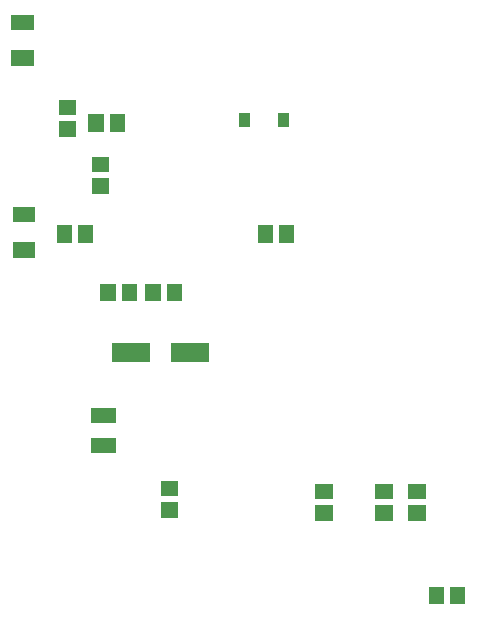
<source format=gbr>
G04 start of page 9 for group -4015 idx -4015 *
G04 Title: (unknown), toppaste *
G04 Creator: pcb 20110918 *
G04 CreationDate: Sat 02 Feb 2013 11:25:27 PM GMT UTC *
G04 For: petersen *
G04 Format: Gerber/RS-274X *
G04 PCB-Dimensions: 211000 271000 *
G04 PCB-Coordinate-Origin: lower left *
%MOIN*%
%FSLAX25Y25*%
%LNTOPPASTE*%
%ADD80R,0.0630X0.0630*%
%ADD79R,0.0490X0.0490*%
%ADD78R,0.0360X0.0360*%
%ADD77R,0.0512X0.0512*%
G54D77*X109607Y87957D02*X110393D01*
X109607Y95043D02*X110393D01*
X30543Y181393D02*Y180607D01*
X23457Y181393D02*Y180607D01*
X97543Y181393D02*Y180607D01*
X90457Y181393D02*Y180607D01*
X37957Y161893D02*Y161107D01*
X45043Y161893D02*Y161107D01*
X24107Y223043D02*X24893D01*
X24107Y215957D02*X24893D01*
X140607Y87957D02*X141393D01*
X140607Y95043D02*X141393D01*
X41043Y218393D02*Y217607D01*
X33957Y218393D02*Y217607D01*
G54D78*X96400Y219600D02*Y218400D01*
X83500Y219600D02*Y218400D01*
G54D77*X8319Y251405D02*X10681D01*
X8319Y239595D02*X10681D01*
X35107Y204043D02*X35893D01*
X35107Y196957D02*X35893D01*
X60043Y161893D02*Y161107D01*
X52957Y161893D02*Y161107D01*
G54D79*X34700Y120500D02*X38300D01*
X34700Y110500D02*X38300D01*
G54D77*X58107Y96043D02*X58893D01*
X58107Y88957D02*X58893D01*
X129607Y87957D02*X130393D01*
X129607Y95043D02*X130393D01*
X154543Y60893D02*Y60107D01*
X147457Y60893D02*Y60107D01*
X8819Y175595D02*X11181D01*
X8819Y187405D02*X11181D01*
G54D80*X62193Y141500D02*X68492D01*
X42508D02*X48807D01*
M02*

</source>
